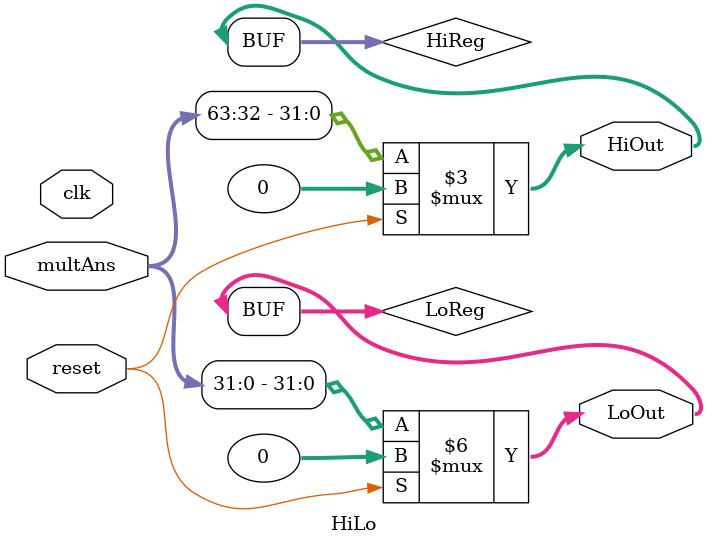
<source format=v>
module HiLo( clk, multAns, HiOut, LoOut, reset );
input clk;
input reset ;
input [63:0] multAns ;
output [31:0] HiOut, LoOut ;

reg [31:0] HiReg, LoReg ;
wire [31:0] HiOut, LoOut;
parameter Hi = 6'd16;
parameter Lo = 6'd18;

always@( multAns or reset )
begin
  if ( reset )
  begin
    HiReg <= 32'b0;
    LoReg <= 32'b0;
  end
  else begin
      {HiReg, LoReg} <= multAns;
  end
end

assign HiOut = HiReg;
assign LoOut = LoReg;

endmodule
</source>
